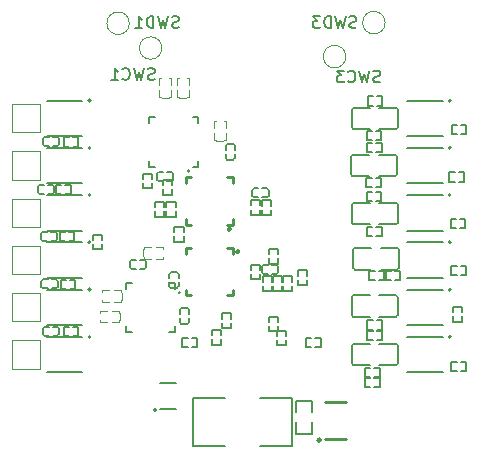
<source format=gbr>
%TF.GenerationSoftware,KiCad,Pcbnew,9.0.6*%
%TF.CreationDate,2025-12-26T21:42:16+01:00*%
%TF.ProjectId,esc,6573632e-6b69-4636-9164-5f7063625858,rev?*%
%TF.SameCoordinates,Original*%
%TF.FileFunction,Legend,Bot*%
%TF.FilePolarity,Positive*%
%FSLAX46Y46*%
G04 Gerber Fmt 4.6, Leading zero omitted, Abs format (unit mm)*
G04 Created by KiCad (PCBNEW 9.0.6) date 2025-12-26 21:42:16*
%MOMM*%
%LPD*%
G01*
G04 APERTURE LIST*
%ADD10C,0.150000*%
%ADD11C,0.200000*%
%ADD12C,0.120000*%
%ADD13C,0.100000*%
%ADD14C,0.250000*%
G04 APERTURE END LIST*
D10*
X163633332Y-84807200D02*
X163490475Y-84854819D01*
X163490475Y-84854819D02*
X163252380Y-84854819D01*
X163252380Y-84854819D02*
X163157142Y-84807200D01*
X163157142Y-84807200D02*
X163109523Y-84759580D01*
X163109523Y-84759580D02*
X163061904Y-84664342D01*
X163061904Y-84664342D02*
X163061904Y-84569104D01*
X163061904Y-84569104D02*
X163109523Y-84473866D01*
X163109523Y-84473866D02*
X163157142Y-84426247D01*
X163157142Y-84426247D02*
X163252380Y-84378628D01*
X163252380Y-84378628D02*
X163442856Y-84331009D01*
X163442856Y-84331009D02*
X163538094Y-84283390D01*
X163538094Y-84283390D02*
X163585713Y-84235771D01*
X163585713Y-84235771D02*
X163633332Y-84140533D01*
X163633332Y-84140533D02*
X163633332Y-84045295D01*
X163633332Y-84045295D02*
X163585713Y-83950057D01*
X163585713Y-83950057D02*
X163538094Y-83902438D01*
X163538094Y-83902438D02*
X163442856Y-83854819D01*
X163442856Y-83854819D02*
X163204761Y-83854819D01*
X163204761Y-83854819D02*
X163061904Y-83902438D01*
X162728570Y-83854819D02*
X162490475Y-84854819D01*
X162490475Y-84854819D02*
X162299999Y-84140533D01*
X162299999Y-84140533D02*
X162109523Y-84854819D01*
X162109523Y-84854819D02*
X161871428Y-83854819D01*
X161490475Y-84854819D02*
X161490475Y-83854819D01*
X161490475Y-83854819D02*
X161252380Y-83854819D01*
X161252380Y-83854819D02*
X161109523Y-83902438D01*
X161109523Y-83902438D02*
X161014285Y-83997676D01*
X161014285Y-83997676D02*
X160966666Y-84092914D01*
X160966666Y-84092914D02*
X160919047Y-84283390D01*
X160919047Y-84283390D02*
X160919047Y-84426247D01*
X160919047Y-84426247D02*
X160966666Y-84616723D01*
X160966666Y-84616723D02*
X161014285Y-84711961D01*
X161014285Y-84711961D02*
X161109523Y-84807200D01*
X161109523Y-84807200D02*
X161252380Y-84854819D01*
X161252380Y-84854819D02*
X161490475Y-84854819D01*
X160585713Y-83854819D02*
X159966666Y-83854819D01*
X159966666Y-83854819D02*
X160299999Y-84235771D01*
X160299999Y-84235771D02*
X160157142Y-84235771D01*
X160157142Y-84235771D02*
X160061904Y-84283390D01*
X160061904Y-84283390D02*
X160014285Y-84331009D01*
X160014285Y-84331009D02*
X159966666Y-84426247D01*
X159966666Y-84426247D02*
X159966666Y-84664342D01*
X159966666Y-84664342D02*
X160014285Y-84759580D01*
X160014285Y-84759580D02*
X160061904Y-84807200D01*
X160061904Y-84807200D02*
X160157142Y-84854819D01*
X160157142Y-84854819D02*
X160442856Y-84854819D01*
X160442856Y-84854819D02*
X160538094Y-84807200D01*
X160538094Y-84807200D02*
X160585713Y-84759580D01*
X146558332Y-89207200D02*
X146415475Y-89254819D01*
X146415475Y-89254819D02*
X146177380Y-89254819D01*
X146177380Y-89254819D02*
X146082142Y-89207200D01*
X146082142Y-89207200D02*
X146034523Y-89159580D01*
X146034523Y-89159580D02*
X145986904Y-89064342D01*
X145986904Y-89064342D02*
X145986904Y-88969104D01*
X145986904Y-88969104D02*
X146034523Y-88873866D01*
X146034523Y-88873866D02*
X146082142Y-88826247D01*
X146082142Y-88826247D02*
X146177380Y-88778628D01*
X146177380Y-88778628D02*
X146367856Y-88731009D01*
X146367856Y-88731009D02*
X146463094Y-88683390D01*
X146463094Y-88683390D02*
X146510713Y-88635771D01*
X146510713Y-88635771D02*
X146558332Y-88540533D01*
X146558332Y-88540533D02*
X146558332Y-88445295D01*
X146558332Y-88445295D02*
X146510713Y-88350057D01*
X146510713Y-88350057D02*
X146463094Y-88302438D01*
X146463094Y-88302438D02*
X146367856Y-88254819D01*
X146367856Y-88254819D02*
X146129761Y-88254819D01*
X146129761Y-88254819D02*
X145986904Y-88302438D01*
X145653570Y-88254819D02*
X145415475Y-89254819D01*
X145415475Y-89254819D02*
X145224999Y-88540533D01*
X145224999Y-88540533D02*
X145034523Y-89254819D01*
X145034523Y-89254819D02*
X144796428Y-88254819D01*
X143844047Y-89159580D02*
X143891666Y-89207200D01*
X143891666Y-89207200D02*
X144034523Y-89254819D01*
X144034523Y-89254819D02*
X144129761Y-89254819D01*
X144129761Y-89254819D02*
X144272618Y-89207200D01*
X144272618Y-89207200D02*
X144367856Y-89111961D01*
X144367856Y-89111961D02*
X144415475Y-89016723D01*
X144415475Y-89016723D02*
X144463094Y-88826247D01*
X144463094Y-88826247D02*
X144463094Y-88683390D01*
X144463094Y-88683390D02*
X144415475Y-88492914D01*
X144415475Y-88492914D02*
X144367856Y-88397676D01*
X144367856Y-88397676D02*
X144272618Y-88302438D01*
X144272618Y-88302438D02*
X144129761Y-88254819D01*
X144129761Y-88254819D02*
X144034523Y-88254819D01*
X144034523Y-88254819D02*
X143891666Y-88302438D01*
X143891666Y-88302438D02*
X143844047Y-88350057D01*
X142891666Y-89254819D02*
X143463094Y-89254819D01*
X143177380Y-89254819D02*
X143177380Y-88254819D01*
X143177380Y-88254819D02*
X143272618Y-88397676D01*
X143272618Y-88397676D02*
X143367856Y-88492914D01*
X143367856Y-88492914D02*
X143463094Y-88540533D01*
X165658332Y-89407200D02*
X165515475Y-89454819D01*
X165515475Y-89454819D02*
X165277380Y-89454819D01*
X165277380Y-89454819D02*
X165182142Y-89407200D01*
X165182142Y-89407200D02*
X165134523Y-89359580D01*
X165134523Y-89359580D02*
X165086904Y-89264342D01*
X165086904Y-89264342D02*
X165086904Y-89169104D01*
X165086904Y-89169104D02*
X165134523Y-89073866D01*
X165134523Y-89073866D02*
X165182142Y-89026247D01*
X165182142Y-89026247D02*
X165277380Y-88978628D01*
X165277380Y-88978628D02*
X165467856Y-88931009D01*
X165467856Y-88931009D02*
X165563094Y-88883390D01*
X165563094Y-88883390D02*
X165610713Y-88835771D01*
X165610713Y-88835771D02*
X165658332Y-88740533D01*
X165658332Y-88740533D02*
X165658332Y-88645295D01*
X165658332Y-88645295D02*
X165610713Y-88550057D01*
X165610713Y-88550057D02*
X165563094Y-88502438D01*
X165563094Y-88502438D02*
X165467856Y-88454819D01*
X165467856Y-88454819D02*
X165229761Y-88454819D01*
X165229761Y-88454819D02*
X165086904Y-88502438D01*
X164753570Y-88454819D02*
X164515475Y-89454819D01*
X164515475Y-89454819D02*
X164324999Y-88740533D01*
X164324999Y-88740533D02*
X164134523Y-89454819D01*
X164134523Y-89454819D02*
X163896428Y-88454819D01*
X162944047Y-89359580D02*
X162991666Y-89407200D01*
X162991666Y-89407200D02*
X163134523Y-89454819D01*
X163134523Y-89454819D02*
X163229761Y-89454819D01*
X163229761Y-89454819D02*
X163372618Y-89407200D01*
X163372618Y-89407200D02*
X163467856Y-89311961D01*
X163467856Y-89311961D02*
X163515475Y-89216723D01*
X163515475Y-89216723D02*
X163563094Y-89026247D01*
X163563094Y-89026247D02*
X163563094Y-88883390D01*
X163563094Y-88883390D02*
X163515475Y-88692914D01*
X163515475Y-88692914D02*
X163467856Y-88597676D01*
X163467856Y-88597676D02*
X163372618Y-88502438D01*
X163372618Y-88502438D02*
X163229761Y-88454819D01*
X163229761Y-88454819D02*
X163134523Y-88454819D01*
X163134523Y-88454819D02*
X162991666Y-88502438D01*
X162991666Y-88502438D02*
X162944047Y-88550057D01*
X162610713Y-88454819D02*
X161991666Y-88454819D01*
X161991666Y-88454819D02*
X162324999Y-88835771D01*
X162324999Y-88835771D02*
X162182142Y-88835771D01*
X162182142Y-88835771D02*
X162086904Y-88883390D01*
X162086904Y-88883390D02*
X162039285Y-88931009D01*
X162039285Y-88931009D02*
X161991666Y-89026247D01*
X161991666Y-89026247D02*
X161991666Y-89264342D01*
X161991666Y-89264342D02*
X162039285Y-89359580D01*
X162039285Y-89359580D02*
X162086904Y-89407200D01*
X162086904Y-89407200D02*
X162182142Y-89454819D01*
X162182142Y-89454819D02*
X162467856Y-89454819D01*
X162467856Y-89454819D02*
X162563094Y-89407200D01*
X162563094Y-89407200D02*
X162610713Y-89359580D01*
X148608332Y-84807200D02*
X148465475Y-84854819D01*
X148465475Y-84854819D02*
X148227380Y-84854819D01*
X148227380Y-84854819D02*
X148132142Y-84807200D01*
X148132142Y-84807200D02*
X148084523Y-84759580D01*
X148084523Y-84759580D02*
X148036904Y-84664342D01*
X148036904Y-84664342D02*
X148036904Y-84569104D01*
X148036904Y-84569104D02*
X148084523Y-84473866D01*
X148084523Y-84473866D02*
X148132142Y-84426247D01*
X148132142Y-84426247D02*
X148227380Y-84378628D01*
X148227380Y-84378628D02*
X148417856Y-84331009D01*
X148417856Y-84331009D02*
X148513094Y-84283390D01*
X148513094Y-84283390D02*
X148560713Y-84235771D01*
X148560713Y-84235771D02*
X148608332Y-84140533D01*
X148608332Y-84140533D02*
X148608332Y-84045295D01*
X148608332Y-84045295D02*
X148560713Y-83950057D01*
X148560713Y-83950057D02*
X148513094Y-83902438D01*
X148513094Y-83902438D02*
X148417856Y-83854819D01*
X148417856Y-83854819D02*
X148179761Y-83854819D01*
X148179761Y-83854819D02*
X148036904Y-83902438D01*
X147703570Y-83854819D02*
X147465475Y-84854819D01*
X147465475Y-84854819D02*
X147274999Y-84140533D01*
X147274999Y-84140533D02*
X147084523Y-84854819D01*
X147084523Y-84854819D02*
X146846428Y-83854819D01*
X146465475Y-84854819D02*
X146465475Y-83854819D01*
X146465475Y-83854819D02*
X146227380Y-83854819D01*
X146227380Y-83854819D02*
X146084523Y-83902438D01*
X146084523Y-83902438D02*
X145989285Y-83997676D01*
X145989285Y-83997676D02*
X145941666Y-84092914D01*
X145941666Y-84092914D02*
X145894047Y-84283390D01*
X145894047Y-84283390D02*
X145894047Y-84426247D01*
X145894047Y-84426247D02*
X145941666Y-84616723D01*
X145941666Y-84616723D02*
X145989285Y-84711961D01*
X145989285Y-84711961D02*
X146084523Y-84807200D01*
X146084523Y-84807200D02*
X146227380Y-84854819D01*
X146227380Y-84854819D02*
X146465475Y-84854819D01*
X144941666Y-84854819D02*
X145513094Y-84854819D01*
X145227380Y-84854819D02*
X145227380Y-83854819D01*
X145227380Y-83854819D02*
X145322618Y-83997676D01*
X145322618Y-83997676D02*
X145417856Y-84092914D01*
X145417856Y-84092914D02*
X145513094Y-84140533D01*
D11*
%TO.C,Q8*%
X141150000Y-107000000D02*
G75*
G02*
X140950000Y-107000000I-100000J0D01*
G01*
X140950000Y-107000000D02*
G75*
G02*
X141150000Y-107000000I100000J0D01*
G01*
X137450000Y-110000000D02*
X140450000Y-110000000D01*
X137450000Y-107000000D02*
X140450000Y-107000000D01*
D12*
%TO.C,U6*%
X136900000Y-109700000D02*
X136900000Y-107300000D01*
X136900000Y-107300000D02*
X134500000Y-107300000D01*
X134500000Y-109700000D02*
X136900000Y-109700000D01*
X134500000Y-107300000D02*
X134500000Y-109700000D01*
D11*
%TO.C,Q12*%
X141150000Y-103000000D02*
G75*
G02*
X140950000Y-103000000I-100000J0D01*
G01*
X140950000Y-103000000D02*
G75*
G02*
X141150000Y-103000000I100000J0D01*
G01*
X137450000Y-106000000D02*
X140450000Y-106000000D01*
X137450000Y-103000000D02*
X140450000Y-103000000D01*
D12*
%TO.C,U10*%
X136900000Y-105700000D02*
X136900000Y-103300000D01*
X136900000Y-103300000D02*
X134500000Y-103300000D01*
X134500000Y-105700000D02*
X136900000Y-105700000D01*
X134500000Y-103300000D02*
X134500000Y-105700000D01*
D10*
%TO.C,R88*%
X159860000Y-119190000D02*
X158540000Y-119190000D01*
X159860000Y-118230000D02*
X159860000Y-119190000D01*
X159860000Y-117370000D02*
X159860000Y-116410000D01*
X159860000Y-116410000D02*
X158540000Y-116410000D01*
X158540000Y-119190000D02*
X158540000Y-118230000D01*
X158540000Y-116410000D02*
X158540000Y-117370000D01*
D13*
%TO.C,D8*%
X148450000Y-89100000D02*
X148450000Y-89700000D01*
X148450000Y-90700000D02*
X148450000Y-90100000D01*
X148620000Y-89100000D02*
X148450000Y-89100000D01*
X148620000Y-90700000D02*
X148450000Y-90700000D01*
X149250000Y-90800000D02*
X148650000Y-90800000D01*
X149450000Y-89100000D02*
X149280000Y-89100000D01*
X149450000Y-89700000D02*
X149450000Y-89100000D01*
X149450000Y-90100000D02*
X149450000Y-90700000D01*
X149450000Y-90700000D02*
X149280000Y-90700000D01*
D12*
%TO.C,SWD3*%
X166075000Y-84400000D02*
G75*
G02*
X164175000Y-84400000I-950000J0D01*
G01*
X164175000Y-84400000D02*
G75*
G02*
X166075000Y-84400000I950000J0D01*
G01*
D10*
%TO.C,R19*%
X164580000Y-110510000D02*
X165030000Y-110510000D01*
X164580000Y-111290000D02*
X164580000Y-110510000D01*
X165030000Y-111290000D02*
X164580000Y-111290000D01*
X165370000Y-111290000D02*
X165820000Y-111290000D01*
X165820000Y-110510000D02*
X165370000Y-110510000D01*
X165820000Y-111290000D02*
X165820000Y-110510000D01*
%TO.C,C26*%
X136685000Y-98260000D02*
X136685000Y-98740000D01*
X136845000Y-98890000D02*
X137205000Y-98890000D01*
X137205000Y-98110000D02*
X136845000Y-98110000D01*
X137545000Y-98110000D02*
X137905000Y-98110000D01*
X137905000Y-98890000D02*
X137545000Y-98890000D01*
X138065000Y-98260000D02*
X138065000Y-98740000D01*
X136685000Y-98260000D02*
G75*
G02*
X136845333Y-98110355I150001J0D01*
G01*
X136845000Y-98890000D02*
G75*
G02*
X136684668Y-98739643I-9999J150001D01*
G01*
X137904667Y-98110356D02*
G75*
G02*
X138065000Y-98260000I10333J-149644D01*
G01*
X138065333Y-98739643D02*
G75*
G02*
X137905000Y-98890000I-150333J-357D01*
G01*
%TO.C,R8*%
X156210000Y-109280000D02*
X156210000Y-109730000D01*
X156210000Y-110520000D02*
X156210000Y-110070000D01*
X156990000Y-109280000D02*
X156210000Y-109280000D01*
X156990000Y-109730000D02*
X156990000Y-109280000D01*
X156990000Y-110070000D02*
X156990000Y-110520000D01*
X156990000Y-110520000D02*
X156210000Y-110520000D01*
D14*
%TO.C,U11*%
X149200000Y-97500000D02*
X149200000Y-97970000D01*
X149200000Y-101030000D02*
X149200000Y-101500000D01*
X149200000Y-101500000D02*
X149670000Y-101500000D01*
X149670000Y-97500000D02*
X149200000Y-97500000D01*
X152730000Y-101500000D02*
X153200000Y-101500000D01*
X153200000Y-97500000D02*
X152730000Y-97500000D01*
X153200000Y-97970000D02*
X153200000Y-97500000D01*
X153200000Y-101500000D02*
X153200000Y-101030000D01*
X153000000Y-101900000D02*
G75*
G02*
X152800000Y-101900000I-100000J0D01*
G01*
X152800000Y-101900000D02*
G75*
G02*
X153000000Y-101900000I100000J0D01*
G01*
D10*
%TO.C,C18*%
X136985000Y-106260000D02*
X136985000Y-106740000D01*
X137145000Y-106890000D02*
X137505000Y-106890000D01*
X137505000Y-106110000D02*
X137145000Y-106110000D01*
X137845000Y-106110000D02*
X138205000Y-106110000D01*
X138205000Y-106890000D02*
X137845000Y-106890000D01*
X138365000Y-106260000D02*
X138365000Y-106740000D01*
X136985000Y-106260000D02*
G75*
G02*
X137145333Y-106110355I150001J0D01*
G01*
X137145000Y-106890000D02*
G75*
G02*
X136984668Y-106739643I-9999J150001D01*
G01*
X138204667Y-106110356D02*
G75*
G02*
X138365000Y-106260000I10333J-149644D01*
G01*
X138365333Y-106739643D02*
G75*
G02*
X138205000Y-106890000I-150333J-357D01*
G01*
%TO.C,R11*%
X154710000Y-104880000D02*
X155490000Y-104880000D01*
X154710000Y-105330000D02*
X154710000Y-104880000D01*
X154710000Y-105670000D02*
X154710000Y-106120000D01*
X154710000Y-106120000D02*
X155490000Y-106120000D01*
X155490000Y-104880000D02*
X155490000Y-105330000D01*
X155490000Y-106120000D02*
X155490000Y-105670000D01*
D13*
%TO.C,D6*%
X141925000Y-108775000D02*
X141925000Y-108945000D01*
X141925000Y-109605000D02*
X141925000Y-109775000D01*
X141925000Y-109775000D02*
X142525000Y-109775000D01*
X142525000Y-108775000D02*
X141925000Y-108775000D01*
X142925000Y-108775000D02*
X143525000Y-108775000D01*
X143525000Y-108775000D02*
X143525000Y-108945000D01*
X143525000Y-109605000D02*
X143525000Y-109775000D01*
X143525000Y-109775000D02*
X142925000Y-109775000D01*
X143625000Y-108975000D02*
X143625000Y-109575000D01*
D11*
%TO.C,Q23*%
X167950000Y-91000000D02*
X170950000Y-91000000D01*
X167950000Y-94000000D02*
X170950000Y-94000000D01*
X171650000Y-91000000D02*
G75*
G02*
X171450000Y-91000000I-100000J0D01*
G01*
X171450000Y-91000000D02*
G75*
G02*
X171650000Y-91000000I100000J0D01*
G01*
D10*
%TO.C,C14*%
X148685000Y-108695000D02*
X148685000Y-109055000D01*
X148685000Y-109755000D02*
X148685000Y-109395000D01*
X149315000Y-108535000D02*
X148835000Y-108535000D01*
X149315000Y-109915000D02*
X148835000Y-109915000D01*
X149465000Y-109055000D02*
X149465000Y-108695000D01*
X149465000Y-109395000D02*
X149465000Y-109755000D01*
X148685000Y-108695000D02*
G75*
G02*
X148835357Y-108534668I150001J9999D01*
G01*
X148835357Y-109915333D02*
G75*
G02*
X148685000Y-109755000I-357J150333D01*
G01*
X149315000Y-108535000D02*
G75*
G02*
X149464645Y-108695333I0J-150001D01*
G01*
X149464644Y-109754667D02*
G75*
G02*
X149315000Y-109915000I-149644J-10333D01*
G01*
%TO.C,U12*%
X146120000Y-92420000D02*
X146620000Y-92420000D01*
X146120000Y-92920000D02*
X146120000Y-92420000D01*
X146120000Y-96080000D02*
X146120000Y-96580000D01*
X146120000Y-96580000D02*
X146620000Y-96580000D01*
X150280000Y-92420000D02*
X149780000Y-92420000D01*
X150280000Y-92920000D02*
X150280000Y-92420000D01*
X150280000Y-96080000D02*
X150280000Y-96580000D01*
X150280000Y-96580000D02*
X149780000Y-96580000D01*
X149520000Y-96960000D02*
G75*
G02*
X149380000Y-96960000I-70000J0D01*
G01*
X149380000Y-96960000D02*
G75*
G02*
X149520000Y-96960000I70000J0D01*
G01*
%TO.C,C17*%
X137085000Y-110285000D02*
X137085000Y-110765000D01*
X137245000Y-110915000D02*
X137605000Y-110915000D01*
X137605000Y-110135000D02*
X137245000Y-110135000D01*
X137945000Y-110135000D02*
X138305000Y-110135000D01*
X138305000Y-110915000D02*
X137945000Y-110915000D01*
X138465000Y-110285000D02*
X138465000Y-110765000D01*
X137085000Y-110285000D02*
G75*
G02*
X137245333Y-110135355I150001J0D01*
G01*
X137245000Y-110915000D02*
G75*
G02*
X137084668Y-110764643I-9999J150001D01*
G01*
X138304667Y-110135356D02*
G75*
G02*
X138465000Y-110285000I10333J-149644D01*
G01*
X138465333Y-110764643D02*
G75*
G02*
X138305000Y-110915000I-150333J-357D01*
G01*
%TO.C,R80*%
X171530000Y-97085000D02*
X171530000Y-97865000D01*
X171530000Y-97865000D02*
X171980000Y-97865000D01*
X171980000Y-97085000D02*
X171530000Y-97085000D01*
X172320000Y-97085000D02*
X172770000Y-97085000D01*
X172770000Y-97085000D02*
X172770000Y-97865000D01*
X172770000Y-97865000D02*
X172320000Y-97865000D01*
D11*
%TO.C,Q3*%
X167950000Y-107000000D02*
X170950000Y-107000000D01*
X167950000Y-110000000D02*
X170950000Y-110000000D01*
X171650000Y-107000000D02*
G75*
G02*
X171450000Y-107000000I-100000J0D01*
G01*
X171450000Y-107000000D02*
G75*
G02*
X171650000Y-107000000I100000J0D01*
G01*
D12*
%TO.C,U13*%
X134500000Y-99300000D02*
X134500000Y-101700000D01*
X134500000Y-101700000D02*
X136900000Y-101700000D01*
X136900000Y-99300000D02*
X134500000Y-99300000D01*
X136900000Y-101700000D02*
X136900000Y-99300000D01*
D10*
%TO.C,R76*%
X164505000Y-98760000D02*
X164505000Y-99540000D01*
X164505000Y-99540000D02*
X164955000Y-99540000D01*
X164955000Y-98760000D02*
X164505000Y-98760000D01*
X165295000Y-98760000D02*
X165745000Y-98760000D01*
X165745000Y-98760000D02*
X165745000Y-99540000D01*
X165745000Y-99540000D02*
X165295000Y-99540000D01*
%TO.C,R46*%
X141360000Y-102355000D02*
X141360000Y-102805000D01*
X141360000Y-103595000D02*
X141360000Y-103145000D01*
X142140000Y-102355000D02*
X141360000Y-102355000D01*
X142140000Y-102805000D02*
X142140000Y-102355000D01*
X142140000Y-103145000D02*
X142140000Y-103595000D01*
X142140000Y-103595000D02*
X141360000Y-103595000D01*
%TO.C,C29*%
X163240000Y-91750000D02*
X163240000Y-93250000D01*
X163390000Y-93400000D02*
X164800000Y-93400000D01*
X164800000Y-91600000D02*
X163390000Y-91600000D01*
X165600000Y-91600000D02*
X167010000Y-91600000D01*
X167010000Y-93400000D02*
X165600000Y-93400000D01*
X167160000Y-91750000D02*
X167160000Y-93250000D01*
X163240000Y-91750000D02*
G75*
G02*
X163390000Y-91600000I150000J0D01*
G01*
X163390000Y-93400000D02*
G75*
G02*
X163240000Y-93250000I0J150000D01*
G01*
X167010000Y-91600000D02*
G75*
G02*
X167160000Y-91750000I0J-150000D01*
G01*
X167160000Y-93250000D02*
G75*
G02*
X167010000Y-93400000I-150000J0D01*
G01*
%TO.C,R15*%
X164740000Y-105410000D02*
X164740000Y-106190000D01*
X164740000Y-106190000D02*
X165190000Y-106190000D01*
X165190000Y-105410000D02*
X164740000Y-105410000D01*
X165530000Y-105410000D02*
X165980000Y-105410000D01*
X165980000Y-105410000D02*
X165980000Y-106190000D01*
X165980000Y-106190000D02*
X165530000Y-106190000D01*
D11*
%TO.C,Q10*%
X137450000Y-111000000D02*
X140450000Y-111000000D01*
X137450000Y-114000000D02*
X140450000Y-114000000D01*
X141150000Y-111000000D02*
G75*
G02*
X140950000Y-111000000I-100000J0D01*
G01*
X140950000Y-111000000D02*
G75*
G02*
X141150000Y-111000000I100000J0D01*
G01*
D10*
%TO.C,R240*%
X149840000Y-116140000D02*
X149840000Y-120260000D01*
X149840000Y-120260000D02*
X152520000Y-120260000D01*
X152520000Y-116140000D02*
X149840000Y-116140000D01*
X155480000Y-116140000D02*
X158160000Y-116140000D01*
X158160000Y-116140000D02*
X158160000Y-120260000D01*
X158160000Y-120260000D02*
X155480000Y-120260000D01*
D11*
%TO.C,Q18*%
X137450000Y-91000000D02*
X140450000Y-91000000D01*
X137450000Y-94000000D02*
X140450000Y-94000000D01*
X141150000Y-91000000D02*
G75*
G02*
X140950000Y-91000000I-100000J0D01*
G01*
X140950000Y-91000000D02*
G75*
G02*
X141150000Y-91000000I100000J0D01*
G01*
D10*
%TO.C,U2*%
X144120000Y-106420000D02*
X144120000Y-106920000D01*
X144120000Y-110580000D02*
X144120000Y-110080000D01*
X144620000Y-106420000D02*
X144120000Y-106420000D01*
X144620000Y-110580000D02*
X144120000Y-110580000D01*
X147780000Y-106420000D02*
X148280000Y-106420000D01*
X147780000Y-110580000D02*
X148280000Y-110580000D01*
X148280000Y-106420000D02*
X148280000Y-106920000D01*
X148280000Y-110580000D02*
X148280000Y-110080000D01*
X148730000Y-107250000D02*
G75*
G02*
X148590000Y-107250000I-70000J0D01*
G01*
X148590000Y-107250000D02*
G75*
G02*
X148730000Y-107250000I70000J0D01*
G01*
%TO.C,R73*%
X155660000Y-99455000D02*
X155660000Y-99905000D01*
X155660000Y-100695000D02*
X155660000Y-100245000D01*
X156440000Y-99455000D02*
X155660000Y-99455000D01*
X156440000Y-99905000D02*
X156440000Y-99455000D01*
X156440000Y-100245000D02*
X156440000Y-100695000D01*
X156440000Y-100695000D02*
X155660000Y-100695000D01*
%TO.C,C1*%
X163340000Y-103650000D02*
X163340000Y-105150000D01*
X163490000Y-105300000D02*
X164900000Y-105300000D01*
X164900000Y-103500000D02*
X163490000Y-103500000D01*
X165700000Y-103500000D02*
X167110000Y-103500000D01*
X167110000Y-105300000D02*
X165700000Y-105300000D01*
X167260000Y-103650000D02*
X167260000Y-105150000D01*
X163340000Y-103650000D02*
G75*
G02*
X163490000Y-103500000I150000J0D01*
G01*
X163490000Y-105300000D02*
G75*
G02*
X163340000Y-105150000I0J150000D01*
G01*
X167110000Y-103500000D02*
G75*
G02*
X167260000Y-103650000I0J-150000D01*
G01*
X167260000Y-105150000D02*
G75*
G02*
X167110000Y-105300000I-150000J0D01*
G01*
D11*
%TO.C,Q19*%
X167950000Y-95000000D02*
X170950000Y-95000000D01*
X167950000Y-98000000D02*
X170950000Y-98000000D01*
X171650000Y-95000000D02*
G75*
G02*
X171450000Y-95000000I-100000J0D01*
G01*
X171450000Y-95000000D02*
G75*
G02*
X171650000Y-95000000I100000J0D01*
G01*
D10*
%TO.C,R20*%
X171680000Y-105010000D02*
X171680000Y-105790000D01*
X171680000Y-105790000D02*
X172130000Y-105790000D01*
X172130000Y-105010000D02*
X171680000Y-105010000D01*
X172470000Y-105010000D02*
X172920000Y-105010000D01*
X172920000Y-105010000D02*
X172920000Y-105790000D01*
X172920000Y-105790000D02*
X172470000Y-105790000D01*
%TO.C,R48*%
X146610000Y-99580000D02*
X146610000Y-100030000D01*
X146610000Y-100820000D02*
X146610000Y-100370000D01*
X147390000Y-99580000D02*
X146610000Y-99580000D01*
X147390000Y-100030000D02*
X147390000Y-99580000D01*
X147390000Y-100370000D02*
X147390000Y-100820000D01*
X147390000Y-100820000D02*
X146610000Y-100820000D01*
D11*
%TO.C,Q1*%
X167950000Y-111000000D02*
X170950000Y-111000000D01*
X167950000Y-114000000D02*
X170950000Y-114000000D01*
X171650000Y-111000000D02*
G75*
G02*
X171450000Y-111000000I-100000J0D01*
G01*
X171450000Y-111000000D02*
G75*
G02*
X171650000Y-111000000I100000J0D01*
G01*
D10*
%TO.C,C31*%
X154835000Y-98560000D02*
X154835000Y-99040000D01*
X154995000Y-99190000D02*
X155355000Y-99190000D01*
X155355000Y-98410000D02*
X154995000Y-98410000D01*
X155695000Y-98410000D02*
X156055000Y-98410000D01*
X156055000Y-99190000D02*
X155695000Y-99190000D01*
X156215000Y-98560000D02*
X156215000Y-99040000D01*
X154835000Y-98560000D02*
G75*
G02*
X154995333Y-98410355I150001J0D01*
G01*
X154995000Y-99190000D02*
G75*
G02*
X154834668Y-99039643I-9999J150001D01*
G01*
X156054667Y-98410356D02*
G75*
G02*
X156215000Y-98560000I10333J-149644D01*
G01*
X156215333Y-99039643D02*
G75*
G02*
X156055000Y-99190000I-150333J-357D01*
G01*
%TO.C,R16*%
X171680000Y-113110000D02*
X171680000Y-113890000D01*
X171680000Y-113890000D02*
X172130000Y-113890000D01*
X172130000Y-113110000D02*
X171680000Y-113110000D01*
X172470000Y-113110000D02*
X172920000Y-113110000D01*
X172920000Y-113110000D02*
X172920000Y-113890000D01*
X172920000Y-113890000D02*
X172470000Y-113890000D01*
D11*
%TO.C,Q14*%
X137450000Y-95000000D02*
X140450000Y-95000000D01*
X137450000Y-98000000D02*
X140450000Y-98000000D01*
X141150000Y-95000000D02*
G75*
G02*
X140950000Y-95000000I-100000J0D01*
G01*
X140950000Y-95000000D02*
G75*
G02*
X141150000Y-95000000I100000J0D01*
G01*
D10*
%TO.C,R74*%
X154685000Y-99430000D02*
X154685000Y-99880000D01*
X154685000Y-100670000D02*
X154685000Y-100220000D01*
X155465000Y-99430000D02*
X154685000Y-99430000D01*
X155465000Y-99880000D02*
X155465000Y-99430000D01*
X155465000Y-100220000D02*
X155465000Y-100670000D01*
X155465000Y-100670000D02*
X154685000Y-100670000D01*
%TO.C,R47*%
X145585000Y-97180000D02*
X146365000Y-97180000D01*
X145585000Y-97630000D02*
X145585000Y-97180000D01*
X145585000Y-97970000D02*
X145585000Y-98420000D01*
X145585000Y-98420000D02*
X146365000Y-98420000D01*
X146365000Y-97180000D02*
X146365000Y-97630000D01*
X146365000Y-98420000D02*
X146365000Y-97970000D01*
%TO.C,R3*%
X159380000Y-111110000D02*
X159830000Y-111110000D01*
X159380000Y-111890000D02*
X159380000Y-111110000D01*
X159830000Y-111890000D02*
X159380000Y-111890000D01*
X160170000Y-111890000D02*
X160620000Y-111890000D01*
X160620000Y-111110000D02*
X160170000Y-111110000D01*
X160620000Y-111890000D02*
X160620000Y-111110000D01*
%TO.C,R49*%
X147285000Y-97730000D02*
X147285000Y-98180000D01*
X147285000Y-98970000D02*
X147285000Y-98520000D01*
X148065000Y-97730000D02*
X147285000Y-97730000D01*
X148065000Y-98180000D02*
X148065000Y-97730000D01*
X148065000Y-98520000D02*
X148065000Y-98970000D01*
X148065000Y-98970000D02*
X147285000Y-98970000D01*
%TO.C,C15*%
X147810000Y-105670000D02*
X147810000Y-106030000D01*
X147810000Y-106730000D02*
X147810000Y-106370000D01*
X148440000Y-105510000D02*
X147960000Y-105510000D01*
X148440000Y-106890000D02*
X147960000Y-106890000D01*
X148590000Y-106030000D02*
X148590000Y-105670000D01*
X148590000Y-106370000D02*
X148590000Y-106730000D01*
X147810000Y-105670000D02*
G75*
G02*
X147960357Y-105509668I150001J9999D01*
G01*
X147960357Y-106890333D02*
G75*
G02*
X147810000Y-106730000I-357J150333D01*
G01*
X148440000Y-105510000D02*
G75*
G02*
X148589645Y-105670333I0J-150001D01*
G01*
X148589644Y-106729667D02*
G75*
G02*
X148440000Y-106890000I-149644J-10333D01*
G01*
%TO.C,R23*%
X138855000Y-110135000D02*
X138855000Y-110915000D01*
X138855000Y-110915000D02*
X139305000Y-110915000D01*
X139305000Y-110135000D02*
X138855000Y-110135000D01*
X139645000Y-110135000D02*
X140095000Y-110135000D01*
X140095000Y-110135000D02*
X140095000Y-110915000D01*
X140095000Y-110915000D02*
X139645000Y-110915000D01*
%TO.C,C16*%
X144460000Y-105115000D02*
X144460000Y-104635000D01*
X144620000Y-104485000D02*
X144980000Y-104485000D01*
X144980000Y-105265000D02*
X144620000Y-105265000D01*
X145320000Y-105265000D02*
X145680000Y-105265000D01*
X145680000Y-104485000D02*
X145320000Y-104485000D01*
X145840000Y-105115000D02*
X145840000Y-104635000D01*
X144459667Y-104635357D02*
G75*
G02*
X144620000Y-104485000I150333J357D01*
G01*
X144620333Y-105264644D02*
G75*
G02*
X144460000Y-105115000I-10333J149644D01*
G01*
X145680000Y-104485000D02*
G75*
G02*
X145840332Y-104635357I9999J-150001D01*
G01*
X145840000Y-105115000D02*
G75*
G02*
X145679667Y-105264645I-150001J0D01*
G01*
D11*
%TO.C,Q16*%
X137450000Y-99000000D02*
X140450000Y-99000000D01*
X137450000Y-102000000D02*
X140450000Y-102000000D01*
X141150000Y-99000000D02*
G75*
G02*
X140950000Y-99000000I-100000J0D01*
G01*
X140950000Y-99000000D02*
G75*
G02*
X141150000Y-99000000I100000J0D01*
G01*
D10*
%TO.C,R81*%
X164555000Y-101660000D02*
X165005000Y-101660000D01*
X164555000Y-102440000D02*
X164555000Y-101660000D01*
X165005000Y-102440000D02*
X164555000Y-102440000D01*
X165345000Y-102440000D02*
X165795000Y-102440000D01*
X165795000Y-101660000D02*
X165345000Y-101660000D01*
X165795000Y-102440000D02*
X165795000Y-101660000D01*
%TO.C,R7*%
X158710000Y-105380000D02*
X158710000Y-105830000D01*
X158710000Y-106620000D02*
X158710000Y-106170000D01*
X159490000Y-105380000D02*
X158710000Y-105380000D01*
X159490000Y-105830000D02*
X159490000Y-105380000D01*
X159490000Y-106170000D02*
X159490000Y-106620000D01*
X159490000Y-106620000D02*
X158710000Y-106620000D01*
D13*
%TO.C,D5*%
X142125000Y-107050000D02*
X142125000Y-107220000D01*
X142125000Y-107880000D02*
X142125000Y-108050000D01*
X142125000Y-108050000D02*
X142725000Y-108050000D01*
X142725000Y-107050000D02*
X142125000Y-107050000D01*
X143125000Y-107050000D02*
X143725000Y-107050000D01*
X143725000Y-107050000D02*
X143725000Y-107220000D01*
X143725000Y-107880000D02*
X143725000Y-108050000D01*
X143725000Y-108050000D02*
X143125000Y-108050000D01*
X143825000Y-107250000D02*
X143825000Y-107850000D01*
D10*
%TO.C,C3*%
X163240000Y-107650000D02*
X163240000Y-109150000D01*
X163390000Y-109300000D02*
X164800000Y-109300000D01*
X164800000Y-107500000D02*
X163390000Y-107500000D01*
X165600000Y-107500000D02*
X167010000Y-107500000D01*
X167010000Y-109300000D02*
X165600000Y-109300000D01*
X167160000Y-107650000D02*
X167160000Y-109150000D01*
X163240000Y-107650000D02*
G75*
G02*
X163390000Y-107500000I150000J0D01*
G01*
X163390000Y-109300000D02*
G75*
G02*
X163240000Y-109150000I0J150000D01*
G01*
X167010000Y-107500000D02*
G75*
G02*
X167160000Y-107650000I0J-150000D01*
G01*
X167160000Y-109150000D02*
G75*
G02*
X167010000Y-109300000I-150000J0D01*
G01*
%TO.C,C4*%
X155660000Y-105060000D02*
X155660000Y-105540000D01*
X155820000Y-105690000D02*
X156180000Y-105690000D01*
X156180000Y-104910000D02*
X155820000Y-104910000D01*
X156520000Y-104910000D02*
X156880000Y-104910000D01*
X156880000Y-105690000D02*
X156520000Y-105690000D01*
X157040000Y-105060000D02*
X157040000Y-105540000D01*
X155660000Y-105060000D02*
G75*
G02*
X155820333Y-104910355I150001J0D01*
G01*
X155820000Y-105690000D02*
G75*
G02*
X155659668Y-105539643I-9999J150001D01*
G01*
X156879667Y-104910356D02*
G75*
G02*
X157040000Y-105060000I10333J-149644D01*
G01*
X157040333Y-105539643D02*
G75*
G02*
X156880000Y-105690000I-150333J-357D01*
G01*
%TO.C,R30*%
X151385000Y-110430000D02*
X152165000Y-110430000D01*
X151385000Y-110880000D02*
X151385000Y-110430000D01*
X151385000Y-111220000D02*
X151385000Y-111670000D01*
X151385000Y-111670000D02*
X152165000Y-111670000D01*
X152165000Y-110430000D02*
X152165000Y-110880000D01*
X152165000Y-111670000D02*
X152165000Y-111220000D01*
%TO.C,R79*%
X171630000Y-101035000D02*
X171630000Y-101815000D01*
X171630000Y-101815000D02*
X172080000Y-101815000D01*
X172080000Y-101035000D02*
X171630000Y-101035000D01*
X172420000Y-101035000D02*
X172870000Y-101035000D01*
X172870000Y-101035000D02*
X172870000Y-101815000D01*
X172870000Y-101815000D02*
X172420000Y-101815000D01*
%TO.C,R84*%
X171715000Y-93085000D02*
X171715000Y-93865000D01*
X171715000Y-93865000D02*
X172165000Y-93865000D01*
X172165000Y-93085000D02*
X171715000Y-93085000D01*
X172505000Y-93085000D02*
X172955000Y-93085000D01*
X172955000Y-93085000D02*
X172955000Y-93865000D01*
X172955000Y-93865000D02*
X172505000Y-93865000D01*
%TO.C,C2*%
X163240000Y-111750000D02*
X163240000Y-113250000D01*
X163390000Y-113400000D02*
X164800000Y-113400000D01*
X164800000Y-111600000D02*
X163390000Y-111600000D01*
X165600000Y-111600000D02*
X167010000Y-111600000D01*
X167010000Y-113400000D02*
X165600000Y-113400000D01*
X167160000Y-111750000D02*
X167160000Y-113250000D01*
X163240000Y-111750000D02*
G75*
G02*
X163390000Y-111600000I150000J0D01*
G01*
X163390000Y-113400000D02*
G75*
G02*
X163240000Y-113250000I0J150000D01*
G01*
X167010000Y-111600000D02*
G75*
G02*
X167160000Y-111750000I0J-150000D01*
G01*
X167160000Y-113250000D02*
G75*
G02*
X167010000Y-113400000I-150000J0D01*
G01*
%TO.C,C27*%
X137085000Y-94235000D02*
X137085000Y-94715000D01*
X137245000Y-94865000D02*
X137605000Y-94865000D01*
X137605000Y-94085000D02*
X137245000Y-94085000D01*
X137945000Y-94085000D02*
X138305000Y-94085000D01*
X138305000Y-94865000D02*
X137945000Y-94865000D01*
X138465000Y-94235000D02*
X138465000Y-94715000D01*
X137085000Y-94235000D02*
G75*
G02*
X137245333Y-94085355I150001J0D01*
G01*
X137245000Y-94865000D02*
G75*
G02*
X137084668Y-94714643I-9999J150001D01*
G01*
X138304667Y-94085356D02*
G75*
G02*
X138465000Y-94235000I10333J-149644D01*
G01*
X138465333Y-94714643D02*
G75*
G02*
X138305000Y-94865000I-150333J-357D01*
G01*
%TO.C,R4*%
X155710000Y-105880000D02*
X156490000Y-105880000D01*
X155710000Y-106330000D02*
X155710000Y-105880000D01*
X155710000Y-106670000D02*
X155710000Y-107120000D01*
X155710000Y-107120000D02*
X156490000Y-107120000D01*
X156490000Y-105880000D02*
X156490000Y-106330000D01*
X156490000Y-107120000D02*
X156490000Y-106670000D01*
%TO.C,R9*%
X156910000Y-110480000D02*
X157690000Y-110480000D01*
X156910000Y-110930000D02*
X156910000Y-110480000D01*
X156910000Y-111270000D02*
X156910000Y-111720000D01*
X156910000Y-111720000D02*
X157690000Y-111720000D01*
X157690000Y-110480000D02*
X157690000Y-110930000D01*
X157690000Y-111720000D02*
X157690000Y-111270000D01*
%TO.C,R18*%
X171810000Y-108480000D02*
X172590000Y-108480000D01*
X171810000Y-108930000D02*
X171810000Y-108480000D01*
X171810000Y-109270000D02*
X171810000Y-109720000D01*
X171810000Y-109720000D02*
X172590000Y-109720000D01*
X172590000Y-108480000D02*
X172590000Y-108930000D01*
X172590000Y-109720000D02*
X172590000Y-109270000D01*
%TO.C,R21*%
X166120000Y-105410000D02*
X166570000Y-105410000D01*
X166120000Y-106190000D02*
X166120000Y-105410000D01*
X166570000Y-106190000D02*
X166120000Y-106190000D01*
X166910000Y-106190000D02*
X167360000Y-106190000D01*
X167360000Y-105410000D02*
X166910000Y-105410000D01*
X167360000Y-106190000D02*
X167360000Y-105410000D01*
%TO.C,C28*%
X163165000Y-95750000D02*
X163165000Y-97250000D01*
X163315000Y-97400000D02*
X164725000Y-97400000D01*
X164725000Y-95600000D02*
X163315000Y-95600000D01*
X165525000Y-95600000D02*
X166935000Y-95600000D01*
X166935000Y-97400000D02*
X165525000Y-97400000D01*
X167085000Y-95750000D02*
X167085000Y-97250000D01*
X163165000Y-95750000D02*
G75*
G02*
X163315000Y-95600000I150000J0D01*
G01*
X163315000Y-97400000D02*
G75*
G02*
X163165000Y-97250000I0J150000D01*
G01*
X166935000Y-95600000D02*
G75*
G02*
X167085000Y-95750000I0J-150000D01*
G01*
X167085000Y-97250000D02*
G75*
G02*
X166935000Y-97400000I-150000J0D01*
G01*
%TO.C,R17*%
X164380000Y-114510000D02*
X164830000Y-114510000D01*
X164380000Y-115290000D02*
X164380000Y-114510000D01*
X164830000Y-115290000D02*
X164380000Y-115290000D01*
X165170000Y-115290000D02*
X165620000Y-115290000D01*
X165620000Y-114510000D02*
X165170000Y-114510000D01*
X165620000Y-115290000D02*
X165620000Y-114510000D01*
D11*
%TO.C,Q21*%
X167950000Y-99000000D02*
X170950000Y-99000000D01*
X167950000Y-102000000D02*
X170950000Y-102000000D01*
X171650000Y-99000000D02*
G75*
G02*
X171450000Y-99000000I-100000J0D01*
G01*
X171450000Y-99000000D02*
G75*
G02*
X171650000Y-99000000I100000J0D01*
G01*
D10*
%TO.C,R29*%
X152285000Y-109005000D02*
X152285000Y-109455000D01*
X152285000Y-110245000D02*
X152285000Y-109795000D01*
X153065000Y-109005000D02*
X152285000Y-109005000D01*
X153065000Y-109455000D02*
X153065000Y-109005000D01*
X153065000Y-109795000D02*
X153065000Y-110245000D01*
X153065000Y-110245000D02*
X152285000Y-110245000D01*
%TO.C,C25*%
X136935000Y-102260000D02*
X136935000Y-102740000D01*
X137095000Y-102890000D02*
X137455000Y-102890000D01*
X137455000Y-102110000D02*
X137095000Y-102110000D01*
X137795000Y-102110000D02*
X138155000Y-102110000D01*
X138155000Y-102890000D02*
X137795000Y-102890000D01*
X138315000Y-102260000D02*
X138315000Y-102740000D01*
X136935000Y-102260000D02*
G75*
G02*
X137095333Y-102110355I150001J0D01*
G01*
X137095000Y-102890000D02*
G75*
G02*
X136934668Y-102739643I-9999J150001D01*
G01*
X138154667Y-102110356D02*
G75*
G02*
X138315000Y-102260000I10333J-149644D01*
G01*
X138315333Y-102739643D02*
G75*
G02*
X138155000Y-102890000I-150333J-357D01*
G01*
%TO.C,R6*%
X156610000Y-105880000D02*
X157390000Y-105880000D01*
X156610000Y-106330000D02*
X156610000Y-105880000D01*
X156610000Y-106670000D02*
X156610000Y-107120000D01*
X156610000Y-107120000D02*
X157390000Y-107120000D01*
X157390000Y-105880000D02*
X157390000Y-106330000D01*
X157390000Y-107120000D02*
X157390000Y-106670000D01*
%TO.C,R77*%
X164480000Y-97535000D02*
X164480000Y-98315000D01*
X164480000Y-98315000D02*
X164930000Y-98315000D01*
X164930000Y-97535000D02*
X164480000Y-97535000D01*
X165270000Y-97535000D02*
X165720000Y-97535000D01*
X165720000Y-97535000D02*
X165720000Y-98315000D01*
X165720000Y-98315000D02*
X165270000Y-98315000D01*
%TO.C,R43*%
X138880000Y-94110000D02*
X138880000Y-94890000D01*
X138880000Y-94890000D02*
X139330000Y-94890000D01*
X139330000Y-94110000D02*
X138880000Y-94110000D01*
X139670000Y-94110000D02*
X140120000Y-94110000D01*
X140120000Y-94110000D02*
X140120000Y-94890000D01*
X140120000Y-94890000D02*
X139670000Y-94890000D01*
%TO.C,C30*%
X163240000Y-99825000D02*
X163240000Y-101325000D01*
X163390000Y-101475000D02*
X164800000Y-101475000D01*
X164800000Y-99675000D02*
X163390000Y-99675000D01*
X165600000Y-99675000D02*
X167010000Y-99675000D01*
X167010000Y-101475000D02*
X165600000Y-101475000D01*
X167160000Y-99825000D02*
X167160000Y-101325000D01*
X163240000Y-99825000D02*
G75*
G02*
X163390000Y-99675000I150000J0D01*
G01*
X163390000Y-101475000D02*
G75*
G02*
X163240000Y-101325000I0J150000D01*
G01*
X167010000Y-99675000D02*
G75*
G02*
X167160000Y-99825000I0J-150000D01*
G01*
X167160000Y-101325000D02*
G75*
G02*
X167010000Y-101475000I-150000J0D01*
G01*
%TO.C,R78*%
X164605000Y-90635000D02*
X164605000Y-91415000D01*
X164605000Y-91415000D02*
X165055000Y-91415000D01*
X165055000Y-90635000D02*
X164605000Y-90635000D01*
X165395000Y-90635000D02*
X165845000Y-90635000D01*
X165845000Y-90635000D02*
X165845000Y-91415000D01*
X165845000Y-91415000D02*
X165395000Y-91415000D01*
D12*
%TO.C,SWC1*%
X147175000Y-86550000D02*
G75*
G02*
X145275000Y-86550000I-950000J0D01*
G01*
X145275000Y-86550000D02*
G75*
G02*
X147175000Y-86550000I950000J0D01*
G01*
D10*
%TO.C,R82*%
X164555000Y-94610000D02*
X165005000Y-94610000D01*
X164555000Y-95390000D02*
X164555000Y-94610000D01*
X165005000Y-95390000D02*
X164555000Y-95390000D01*
X165345000Y-95390000D02*
X165795000Y-95390000D01*
X165795000Y-94610000D02*
X165345000Y-94610000D01*
X165795000Y-95390000D02*
X165795000Y-94610000D01*
D12*
%TO.C,SWC3*%
X162750000Y-87275000D02*
G75*
G02*
X160850000Y-87275000I-950000J0D01*
G01*
X160850000Y-87275000D02*
G75*
G02*
X162750000Y-87275000I950000J0D01*
G01*
D13*
%TO.C,D7*%
X151575000Y-92750000D02*
X151575000Y-93350000D01*
X151575000Y-94350000D02*
X151575000Y-93750000D01*
X151745000Y-92750000D02*
X151575000Y-92750000D01*
X151745000Y-94350000D02*
X151575000Y-94350000D01*
X152375000Y-94450000D02*
X151775000Y-94450000D01*
X152575000Y-92750000D02*
X152405000Y-92750000D01*
X152575000Y-93350000D02*
X152575000Y-92750000D01*
X152575000Y-93750000D02*
X152575000Y-94350000D01*
X152575000Y-94350000D02*
X152405000Y-94350000D01*
D10*
%TO.C,R5*%
X157410000Y-105880000D02*
X158190000Y-105880000D01*
X157410000Y-106330000D02*
X157410000Y-105880000D01*
X157410000Y-106670000D02*
X157410000Y-107120000D01*
X157410000Y-107120000D02*
X158190000Y-107120000D01*
X158190000Y-105880000D02*
X158190000Y-106330000D01*
X158190000Y-107120000D02*
X158190000Y-106670000D01*
%TO.C,R83*%
X164530000Y-93585000D02*
X164980000Y-93585000D01*
X164530000Y-94365000D02*
X164530000Y-93585000D01*
X164980000Y-94365000D02*
X164530000Y-94365000D01*
X165320000Y-94365000D02*
X165770000Y-94365000D01*
X165770000Y-93585000D02*
X165320000Y-93585000D01*
X165770000Y-94365000D02*
X165770000Y-93585000D01*
D14*
%TO.C,U21*%
X162800000Y-116550000D02*
X161000000Y-116550000D01*
X162800000Y-119650000D02*
X161000000Y-119650000D01*
X160630000Y-119750000D02*
G75*
G02*
X160370000Y-119750000I-130000J0D01*
G01*
X160370000Y-119750000D02*
G75*
G02*
X160630000Y-119750000I130000J0D01*
G01*
%TO.C,U1*%
X149200000Y-103500000D02*
X149200000Y-103970000D01*
X149200000Y-107030000D02*
X149200000Y-107500000D01*
X149200000Y-107500000D02*
X149670000Y-107500000D01*
X149670000Y-103500000D02*
X149200000Y-103500000D01*
X152730000Y-107500000D02*
X153200000Y-107500000D01*
X153200000Y-103500000D02*
X152730000Y-103500000D01*
X153200000Y-103970000D02*
X153200000Y-103500000D01*
X153200000Y-107500000D02*
X153200000Y-107030000D01*
X153700000Y-103800000D02*
G75*
G02*
X153500000Y-103800000I-100000J0D01*
G01*
X153500000Y-103800000D02*
G75*
G02*
X153700000Y-103800000I100000J0D01*
G01*
D10*
%TO.C,C23*%
X146760000Y-97690000D02*
X146760000Y-97210000D01*
X146920000Y-97060000D02*
X147280000Y-97060000D01*
X147280000Y-97840000D02*
X146920000Y-97840000D01*
X147620000Y-97840000D02*
X147980000Y-97840000D01*
X147980000Y-97060000D02*
X147620000Y-97060000D01*
X148140000Y-97690000D02*
X148140000Y-97210000D01*
X146759667Y-97210357D02*
G75*
G02*
X146920000Y-97060000I150333J357D01*
G01*
X146920333Y-97839644D02*
G75*
G02*
X146760000Y-97690000I-10333J149644D01*
G01*
X147980000Y-97060000D02*
G75*
G02*
X148140332Y-97210357I9999J-150001D01*
G01*
X148140000Y-97690000D02*
G75*
G02*
X147979667Y-97839645I-150001J0D01*
G01*
%TO.C,R22*%
X138605000Y-106160000D02*
X138605000Y-106940000D01*
X138605000Y-106940000D02*
X139055000Y-106940000D01*
X139055000Y-106160000D02*
X138605000Y-106160000D01*
X139395000Y-106160000D02*
X139845000Y-106160000D01*
X139845000Y-106160000D02*
X139845000Y-106940000D01*
X139845000Y-106940000D02*
X139395000Y-106940000D01*
%TO.C,C24*%
X152585000Y-94795000D02*
X152585000Y-95155000D01*
X152585000Y-95855000D02*
X152585000Y-95495000D01*
X153215000Y-94635000D02*
X152735000Y-94635000D01*
X153215000Y-96015000D02*
X152735000Y-96015000D01*
X153365000Y-95155000D02*
X153365000Y-94795000D01*
X153365000Y-95495000D02*
X153365000Y-95855000D01*
X152585000Y-94795000D02*
G75*
G02*
X152735357Y-94634668I150001J9999D01*
G01*
X152735357Y-96015333D02*
G75*
G02*
X152585000Y-95855000I-357J150333D01*
G01*
X153215000Y-94635000D02*
G75*
G02*
X153364645Y-94795333I0J-150001D01*
G01*
X153364644Y-95854667D02*
G75*
G02*
X153215000Y-96015000I-149644J-10333D01*
G01*
D13*
%TO.C,D9*%
X146950000Y-89075000D02*
X146950000Y-89675000D01*
X146950000Y-90675000D02*
X146950000Y-90075000D01*
X147120000Y-89075000D02*
X146950000Y-89075000D01*
X147120000Y-90675000D02*
X146950000Y-90675000D01*
X147750000Y-90775000D02*
X147150000Y-90775000D01*
X147950000Y-89075000D02*
X147780000Y-89075000D01*
X147950000Y-89675000D02*
X147950000Y-89075000D01*
X147950000Y-90075000D02*
X147950000Y-90675000D01*
X147950000Y-90675000D02*
X147780000Y-90675000D01*
D10*
%TO.C,R45*%
X138515000Y-102110000D02*
X138515000Y-102890000D01*
X138515000Y-102890000D02*
X138965000Y-102890000D01*
X138965000Y-102110000D02*
X138515000Y-102110000D01*
X139305000Y-102110000D02*
X139755000Y-102110000D01*
X139755000Y-102110000D02*
X139755000Y-102890000D01*
X139755000Y-102890000D02*
X139305000Y-102890000D01*
%TO.C,R14*%
X164580000Y-109610000D02*
X164580000Y-110390000D01*
X164580000Y-110390000D02*
X165030000Y-110390000D01*
X165030000Y-109610000D02*
X164580000Y-109610000D01*
X165370000Y-109610000D02*
X165820000Y-109610000D01*
X165820000Y-109610000D02*
X165820000Y-110390000D01*
X165820000Y-110390000D02*
X165370000Y-110390000D01*
%TO.C,R24*%
X148905000Y-111085000D02*
X148905000Y-111865000D01*
X148905000Y-111865000D02*
X149355000Y-111865000D01*
X149355000Y-111085000D02*
X148905000Y-111085000D01*
X149695000Y-111085000D02*
X150145000Y-111085000D01*
X150145000Y-111085000D02*
X150145000Y-111865000D01*
X150145000Y-111865000D02*
X149695000Y-111865000D01*
D11*
%TO.C,U24*%
X148400000Y-114900000D02*
X147000000Y-114900000D01*
X148400000Y-117100000D02*
X147000000Y-117100000D01*
X146610034Y-117089584D02*
G75*
G02*
X146600000Y-117090000I-34J-120416D01*
G01*
D13*
%TO.C,D4*%
X145600000Y-104175000D02*
X145600000Y-103575000D01*
X145700000Y-103375000D02*
X146300000Y-103375000D01*
X145700000Y-103545000D02*
X145700000Y-103375000D01*
X145700000Y-104375000D02*
X145700000Y-104205000D01*
X146300000Y-104375000D02*
X145700000Y-104375000D01*
X146700000Y-104375000D02*
X147300000Y-104375000D01*
X147300000Y-103375000D02*
X146700000Y-103375000D01*
X147300000Y-103545000D02*
X147300000Y-103375000D01*
X147300000Y-104375000D02*
X147300000Y-104205000D01*
D10*
%TO.C,R50*%
X147560000Y-99580000D02*
X147560000Y-100030000D01*
X147560000Y-100820000D02*
X147560000Y-100370000D01*
X148340000Y-99580000D02*
X147560000Y-99580000D01*
X148340000Y-100030000D02*
X148340000Y-99580000D01*
X148340000Y-100370000D02*
X148340000Y-100820000D01*
X148340000Y-100820000D02*
X147560000Y-100820000D01*
D12*
%TO.C,U14*%
X134500000Y-95300000D02*
X134500000Y-97700000D01*
X134500000Y-97700000D02*
X136900000Y-97700000D01*
X136900000Y-95300000D02*
X134500000Y-95300000D01*
X136900000Y-97700000D02*
X136900000Y-95300000D01*
%TO.C,U5*%
X134500000Y-111300000D02*
X134500000Y-113700000D01*
X134500000Y-113700000D02*
X136900000Y-113700000D01*
X136900000Y-111300000D02*
X134500000Y-111300000D01*
X136900000Y-113700000D02*
X136900000Y-111300000D01*
D10*
%TO.C,R51*%
X148235000Y-101705000D02*
X149015000Y-101705000D01*
X148235000Y-102155000D02*
X148235000Y-101705000D01*
X148235000Y-102495000D02*
X148235000Y-102945000D01*
X148235000Y-102945000D02*
X149015000Y-102945000D01*
X149015000Y-101705000D02*
X149015000Y-102155000D01*
X149015000Y-102945000D02*
X149015000Y-102495000D01*
D11*
%TO.C,Q5*%
X167950000Y-103000000D02*
X170950000Y-103000000D01*
X167950000Y-106000000D02*
X170950000Y-106000000D01*
X171650000Y-103000000D02*
G75*
G02*
X171450000Y-103000000I-100000J0D01*
G01*
X171450000Y-103000000D02*
G75*
G02*
X171650000Y-103000000I100000J0D01*
G01*
D12*
%TO.C,SWD1*%
X144425000Y-84450000D02*
G75*
G02*
X142525000Y-84450000I-950000J0D01*
G01*
X142525000Y-84450000D02*
G75*
G02*
X144425000Y-84450000I950000J0D01*
G01*
D10*
%TO.C,R13*%
X164380000Y-113610000D02*
X164380000Y-114390000D01*
X164380000Y-114390000D02*
X164830000Y-114390000D01*
X164830000Y-113610000D02*
X164380000Y-113610000D01*
X165170000Y-113610000D02*
X165620000Y-113610000D01*
X165620000Y-113610000D02*
X165620000Y-114390000D01*
X165620000Y-114390000D02*
X165170000Y-114390000D01*
%TO.C,R44*%
X138230000Y-98110000D02*
X138230000Y-98890000D01*
X138230000Y-98890000D02*
X138680000Y-98890000D01*
X138680000Y-98110000D02*
X138230000Y-98110000D01*
X139020000Y-98110000D02*
X139470000Y-98110000D01*
X139470000Y-98110000D02*
X139470000Y-98890000D01*
X139470000Y-98890000D02*
X139020000Y-98890000D01*
D12*
%TO.C,U15*%
X134500000Y-91300000D02*
X134500000Y-93700000D01*
X134500000Y-93700000D02*
X136900000Y-93700000D01*
X136900000Y-91300000D02*
X134500000Y-91300000D01*
X136900000Y-93700000D02*
X136900000Y-91300000D01*
D10*
%TO.C,R10*%
X156210000Y-103555000D02*
X156990000Y-103555000D01*
X156210000Y-104005000D02*
X156210000Y-103555000D01*
X156210000Y-104345000D02*
X156210000Y-104795000D01*
X156210000Y-104795000D02*
X156990000Y-104795000D01*
X156990000Y-103555000D02*
X156990000Y-104005000D01*
X156990000Y-104795000D02*
X156990000Y-104345000D01*
%TD*%
M02*

</source>
